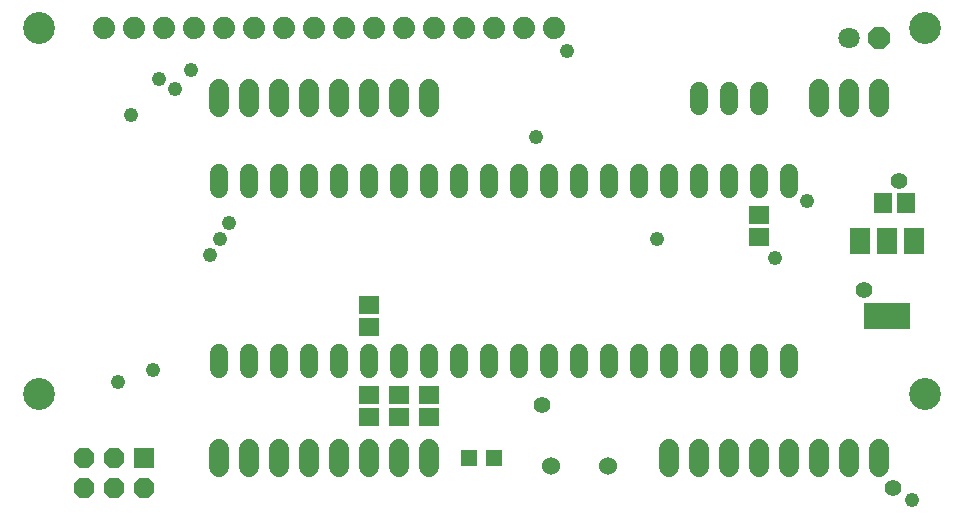
<source format=gts>
G75*
G70*
%OFA0B0*%
%FSLAX24Y24*%
%IPPOS*%
%LPD*%
%AMOC8*
5,1,8,0,0,1.08239X$1,22.5*
%
%ADD10C,0.0600*%
%ADD11C,0.1064*%
%ADD12C,0.0740*%
%ADD13C,0.0600*%
%ADD14C,0.0680*%
%ADD15R,0.0552X0.0552*%
%ADD16R,0.0710X0.0592*%
%ADD17R,0.0680X0.0680*%
%ADD18OC8,0.0680*%
%ADD19OC8,0.0710*%
%ADD20C,0.0710*%
%ADD21R,0.0671X0.0867*%
%ADD22R,0.1576X0.0867*%
%ADD23R,0.0592X0.0671*%
%ADD24C,0.0555*%
%ADD25C,0.0480*%
D10*
X007181Y005522D02*
X007181Y006042D01*
X008181Y006042D02*
X008181Y005522D01*
X009181Y005522D02*
X009181Y006042D01*
X010181Y006042D02*
X010181Y005522D01*
X011181Y005522D02*
X011181Y006042D01*
X012181Y006042D02*
X012181Y005522D01*
X013181Y005522D02*
X013181Y006042D01*
X014181Y006042D02*
X014181Y005522D01*
X015181Y005522D02*
X015181Y006042D01*
X016181Y006042D02*
X016181Y005522D01*
X017181Y005522D02*
X017181Y006042D01*
X018181Y006042D02*
X018181Y005522D01*
X019181Y005522D02*
X019181Y006042D01*
X020181Y006042D02*
X020181Y005522D01*
X021181Y005522D02*
X021181Y006042D01*
X022181Y006042D02*
X022181Y005522D01*
X023181Y005522D02*
X023181Y006042D01*
X024181Y006042D02*
X024181Y005522D01*
X025181Y005522D02*
X025181Y006042D01*
X026181Y006042D02*
X026181Y005522D01*
X026181Y011522D02*
X026181Y012042D01*
X025181Y012042D02*
X025181Y011522D01*
X024181Y011522D02*
X024181Y012042D01*
X023181Y012042D02*
X023181Y011522D01*
X022181Y011522D02*
X022181Y012042D01*
X021181Y012042D02*
X021181Y011522D01*
X020181Y011522D02*
X020181Y012042D01*
X019181Y012042D02*
X019181Y011522D01*
X018181Y011522D02*
X018181Y012042D01*
X017181Y012042D02*
X017181Y011522D01*
X016181Y011522D02*
X016181Y012042D01*
X015181Y012042D02*
X015181Y011522D01*
X014181Y011522D02*
X014181Y012042D01*
X013181Y012042D02*
X013181Y011522D01*
X012181Y011522D02*
X012181Y012042D01*
X011181Y012042D02*
X011181Y011522D01*
X010181Y011522D02*
X010181Y012042D01*
X009181Y012042D02*
X009181Y011522D01*
X008181Y011522D02*
X008181Y012042D01*
X007181Y012042D02*
X007181Y011522D01*
X023181Y014272D02*
X023181Y014792D01*
X024181Y014792D02*
X024181Y014272D01*
X025181Y014272D02*
X025181Y014792D01*
D11*
X030695Y016885D03*
X030695Y004680D03*
X001168Y004680D03*
X001168Y016885D03*
D12*
X003333Y016885D03*
X004333Y016885D03*
X005333Y016885D03*
X006333Y016885D03*
X007333Y016885D03*
X008333Y016885D03*
X009333Y016885D03*
X010333Y016885D03*
X011333Y016885D03*
X012333Y016885D03*
X013333Y016885D03*
X014333Y016885D03*
X015333Y016885D03*
X016333Y016885D03*
X017333Y016885D03*
X018333Y016885D03*
D13*
X018231Y002282D03*
X020131Y002282D03*
D14*
X022181Y002232D02*
X022181Y002832D01*
X023181Y002832D02*
X023181Y002232D01*
X024181Y002232D02*
X024181Y002832D01*
X025181Y002832D02*
X025181Y002232D01*
X026181Y002232D02*
X026181Y002832D01*
X027181Y002832D02*
X027181Y002232D01*
X028181Y002232D02*
X028181Y002832D01*
X029181Y002832D02*
X029181Y002232D01*
X014181Y002232D02*
X014181Y002832D01*
X013181Y002832D02*
X013181Y002232D01*
X012181Y002232D02*
X012181Y002832D01*
X011181Y002832D02*
X011181Y002232D01*
X010181Y002232D02*
X010181Y002832D01*
X009181Y002832D02*
X009181Y002232D01*
X008181Y002232D02*
X008181Y002832D01*
X007181Y002832D02*
X007181Y002232D01*
X007181Y014232D02*
X007181Y014832D01*
X008181Y014832D02*
X008181Y014232D01*
X009181Y014232D02*
X009181Y014832D01*
X010181Y014832D02*
X010181Y014232D01*
X011181Y014232D02*
X011181Y014832D01*
X012181Y014832D02*
X012181Y014232D01*
X013181Y014232D02*
X013181Y014832D01*
X014181Y014832D02*
X014181Y014232D01*
X027181Y014232D02*
X027181Y014832D01*
X028181Y014832D02*
X028181Y014232D01*
X029181Y014232D02*
X029181Y014832D01*
D15*
X016345Y002532D03*
X015518Y002532D03*
D16*
X014181Y003908D03*
X013181Y003908D03*
X012181Y003908D03*
X012181Y004656D03*
X013181Y004656D03*
X014181Y004656D03*
X012181Y006908D03*
X012181Y007656D03*
X025181Y009908D03*
X025181Y010656D03*
D17*
X004681Y002532D03*
D18*
X002681Y001532D03*
X003681Y001532D03*
X004681Y001532D03*
X003681Y002532D03*
X002681Y002532D03*
D19*
X029181Y016532D03*
D20*
X028181Y016532D03*
D21*
X028526Y009772D03*
X029431Y009772D03*
X030337Y009772D03*
D22*
X029431Y007292D03*
D23*
X029307Y011032D03*
X030055Y011032D03*
D24*
X029839Y011763D03*
X028670Y008148D03*
X017933Y004322D03*
X029626Y001558D03*
D25*
X030264Y001133D03*
X025693Y009211D03*
X026756Y011125D03*
X021760Y009849D03*
X017721Y013251D03*
X018784Y016121D03*
X007516Y010381D03*
X007197Y009849D03*
X006878Y009318D03*
X004965Y005491D03*
X003796Y005066D03*
X004221Y013995D03*
X005709Y014845D03*
X005177Y015164D03*
X006240Y015483D03*
M02*

</source>
